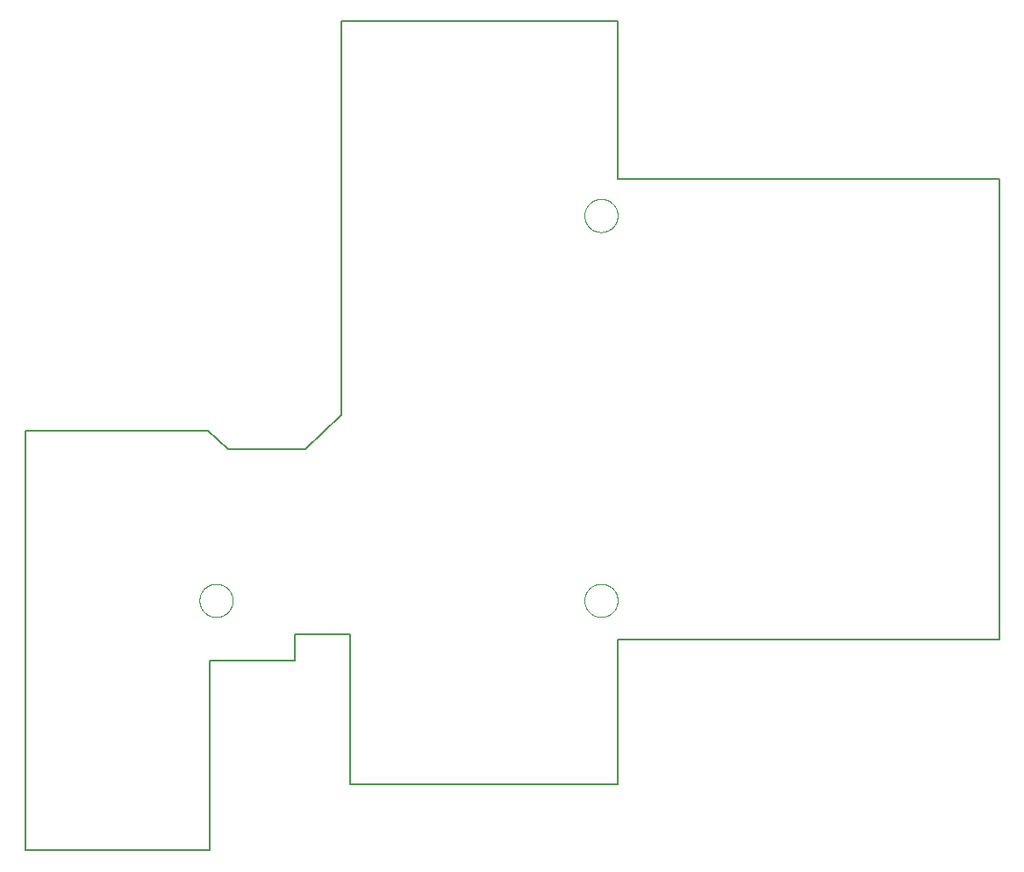
<source format=gtp>
G75*
%MOIN*%
%OFA0B0*%
%FSLAX25Y25*%
%IPPOS*%
%LPD*%
%AMOC8*
5,1,8,0,0,1.08239X$1,22.5*
%
%ADD10C,0.00600*%
%ADD11C,0.00000*%
D10*
X0003000Y0003000D02*
X0073000Y0003000D01*
X0073000Y0074750D01*
X0073000Y0075000D02*
X0105500Y0075000D01*
X0105500Y0085000D01*
X0126500Y0085000D01*
X0126500Y0028000D01*
X0228000Y0028000D01*
X0228000Y0083000D01*
X0373000Y0083000D01*
X0373000Y0258000D01*
X0228000Y0258000D01*
X0228000Y0318000D01*
X0123000Y0318000D01*
X0123000Y0168500D01*
X0109500Y0155500D01*
X0080000Y0155500D01*
X0072500Y0162500D01*
X0003000Y0162500D01*
X0003000Y0003000D01*
D11*
X0069201Y0098000D02*
X0069203Y0098158D01*
X0069209Y0098316D01*
X0069219Y0098474D01*
X0069233Y0098632D01*
X0069251Y0098789D01*
X0069272Y0098946D01*
X0069298Y0099102D01*
X0069328Y0099258D01*
X0069361Y0099413D01*
X0069399Y0099566D01*
X0069440Y0099719D01*
X0069485Y0099871D01*
X0069534Y0100022D01*
X0069587Y0100171D01*
X0069643Y0100319D01*
X0069703Y0100465D01*
X0069767Y0100610D01*
X0069835Y0100753D01*
X0069906Y0100895D01*
X0069980Y0101035D01*
X0070058Y0101172D01*
X0070140Y0101308D01*
X0070224Y0101442D01*
X0070313Y0101573D01*
X0070404Y0101702D01*
X0070499Y0101829D01*
X0070596Y0101954D01*
X0070697Y0102076D01*
X0070801Y0102195D01*
X0070908Y0102312D01*
X0071018Y0102426D01*
X0071131Y0102537D01*
X0071246Y0102646D01*
X0071364Y0102751D01*
X0071485Y0102853D01*
X0071608Y0102953D01*
X0071734Y0103049D01*
X0071862Y0103142D01*
X0071992Y0103232D01*
X0072125Y0103318D01*
X0072260Y0103402D01*
X0072396Y0103481D01*
X0072535Y0103558D01*
X0072676Y0103630D01*
X0072818Y0103700D01*
X0072962Y0103765D01*
X0073108Y0103827D01*
X0073255Y0103885D01*
X0073404Y0103940D01*
X0073554Y0103991D01*
X0073705Y0104038D01*
X0073857Y0104081D01*
X0074010Y0104120D01*
X0074165Y0104156D01*
X0074320Y0104187D01*
X0074476Y0104215D01*
X0074632Y0104239D01*
X0074789Y0104259D01*
X0074947Y0104275D01*
X0075104Y0104287D01*
X0075263Y0104295D01*
X0075421Y0104299D01*
X0075579Y0104299D01*
X0075737Y0104295D01*
X0075896Y0104287D01*
X0076053Y0104275D01*
X0076211Y0104259D01*
X0076368Y0104239D01*
X0076524Y0104215D01*
X0076680Y0104187D01*
X0076835Y0104156D01*
X0076990Y0104120D01*
X0077143Y0104081D01*
X0077295Y0104038D01*
X0077446Y0103991D01*
X0077596Y0103940D01*
X0077745Y0103885D01*
X0077892Y0103827D01*
X0078038Y0103765D01*
X0078182Y0103700D01*
X0078324Y0103630D01*
X0078465Y0103558D01*
X0078604Y0103481D01*
X0078740Y0103402D01*
X0078875Y0103318D01*
X0079008Y0103232D01*
X0079138Y0103142D01*
X0079266Y0103049D01*
X0079392Y0102953D01*
X0079515Y0102853D01*
X0079636Y0102751D01*
X0079754Y0102646D01*
X0079869Y0102537D01*
X0079982Y0102426D01*
X0080092Y0102312D01*
X0080199Y0102195D01*
X0080303Y0102076D01*
X0080404Y0101954D01*
X0080501Y0101829D01*
X0080596Y0101702D01*
X0080687Y0101573D01*
X0080776Y0101442D01*
X0080860Y0101308D01*
X0080942Y0101172D01*
X0081020Y0101035D01*
X0081094Y0100895D01*
X0081165Y0100753D01*
X0081233Y0100610D01*
X0081297Y0100465D01*
X0081357Y0100319D01*
X0081413Y0100171D01*
X0081466Y0100022D01*
X0081515Y0099871D01*
X0081560Y0099719D01*
X0081601Y0099566D01*
X0081639Y0099413D01*
X0081672Y0099258D01*
X0081702Y0099102D01*
X0081728Y0098946D01*
X0081749Y0098789D01*
X0081767Y0098632D01*
X0081781Y0098474D01*
X0081791Y0098316D01*
X0081797Y0098158D01*
X0081799Y0098000D01*
X0081797Y0097842D01*
X0081791Y0097684D01*
X0081781Y0097526D01*
X0081767Y0097368D01*
X0081749Y0097211D01*
X0081728Y0097054D01*
X0081702Y0096898D01*
X0081672Y0096742D01*
X0081639Y0096587D01*
X0081601Y0096434D01*
X0081560Y0096281D01*
X0081515Y0096129D01*
X0081466Y0095978D01*
X0081413Y0095829D01*
X0081357Y0095681D01*
X0081297Y0095535D01*
X0081233Y0095390D01*
X0081165Y0095247D01*
X0081094Y0095105D01*
X0081020Y0094965D01*
X0080942Y0094828D01*
X0080860Y0094692D01*
X0080776Y0094558D01*
X0080687Y0094427D01*
X0080596Y0094298D01*
X0080501Y0094171D01*
X0080404Y0094046D01*
X0080303Y0093924D01*
X0080199Y0093805D01*
X0080092Y0093688D01*
X0079982Y0093574D01*
X0079869Y0093463D01*
X0079754Y0093354D01*
X0079636Y0093249D01*
X0079515Y0093147D01*
X0079392Y0093047D01*
X0079266Y0092951D01*
X0079138Y0092858D01*
X0079008Y0092768D01*
X0078875Y0092682D01*
X0078740Y0092598D01*
X0078604Y0092519D01*
X0078465Y0092442D01*
X0078324Y0092370D01*
X0078182Y0092300D01*
X0078038Y0092235D01*
X0077892Y0092173D01*
X0077745Y0092115D01*
X0077596Y0092060D01*
X0077446Y0092009D01*
X0077295Y0091962D01*
X0077143Y0091919D01*
X0076990Y0091880D01*
X0076835Y0091844D01*
X0076680Y0091813D01*
X0076524Y0091785D01*
X0076368Y0091761D01*
X0076211Y0091741D01*
X0076053Y0091725D01*
X0075896Y0091713D01*
X0075737Y0091705D01*
X0075579Y0091701D01*
X0075421Y0091701D01*
X0075263Y0091705D01*
X0075104Y0091713D01*
X0074947Y0091725D01*
X0074789Y0091741D01*
X0074632Y0091761D01*
X0074476Y0091785D01*
X0074320Y0091813D01*
X0074165Y0091844D01*
X0074010Y0091880D01*
X0073857Y0091919D01*
X0073705Y0091962D01*
X0073554Y0092009D01*
X0073404Y0092060D01*
X0073255Y0092115D01*
X0073108Y0092173D01*
X0072962Y0092235D01*
X0072818Y0092300D01*
X0072676Y0092370D01*
X0072535Y0092442D01*
X0072396Y0092519D01*
X0072260Y0092598D01*
X0072125Y0092682D01*
X0071992Y0092768D01*
X0071862Y0092858D01*
X0071734Y0092951D01*
X0071608Y0093047D01*
X0071485Y0093147D01*
X0071364Y0093249D01*
X0071246Y0093354D01*
X0071131Y0093463D01*
X0071018Y0093574D01*
X0070908Y0093688D01*
X0070801Y0093805D01*
X0070697Y0093924D01*
X0070596Y0094046D01*
X0070499Y0094171D01*
X0070404Y0094298D01*
X0070313Y0094427D01*
X0070224Y0094558D01*
X0070140Y0094692D01*
X0070058Y0094828D01*
X0069980Y0094965D01*
X0069906Y0095105D01*
X0069835Y0095247D01*
X0069767Y0095390D01*
X0069703Y0095535D01*
X0069643Y0095681D01*
X0069587Y0095829D01*
X0069534Y0095978D01*
X0069485Y0096129D01*
X0069440Y0096281D01*
X0069399Y0096434D01*
X0069361Y0096587D01*
X0069328Y0096742D01*
X0069298Y0096898D01*
X0069272Y0097054D01*
X0069251Y0097211D01*
X0069233Y0097368D01*
X0069219Y0097526D01*
X0069209Y0097684D01*
X0069203Y0097842D01*
X0069201Y0098000D01*
X0215451Y0098000D02*
X0215453Y0098158D01*
X0215459Y0098316D01*
X0215469Y0098474D01*
X0215483Y0098632D01*
X0215501Y0098789D01*
X0215522Y0098946D01*
X0215548Y0099102D01*
X0215578Y0099258D01*
X0215611Y0099413D01*
X0215649Y0099566D01*
X0215690Y0099719D01*
X0215735Y0099871D01*
X0215784Y0100022D01*
X0215837Y0100171D01*
X0215893Y0100319D01*
X0215953Y0100465D01*
X0216017Y0100610D01*
X0216085Y0100753D01*
X0216156Y0100895D01*
X0216230Y0101035D01*
X0216308Y0101172D01*
X0216390Y0101308D01*
X0216474Y0101442D01*
X0216563Y0101573D01*
X0216654Y0101702D01*
X0216749Y0101829D01*
X0216846Y0101954D01*
X0216947Y0102076D01*
X0217051Y0102195D01*
X0217158Y0102312D01*
X0217268Y0102426D01*
X0217381Y0102537D01*
X0217496Y0102646D01*
X0217614Y0102751D01*
X0217735Y0102853D01*
X0217858Y0102953D01*
X0217984Y0103049D01*
X0218112Y0103142D01*
X0218242Y0103232D01*
X0218375Y0103318D01*
X0218510Y0103402D01*
X0218646Y0103481D01*
X0218785Y0103558D01*
X0218926Y0103630D01*
X0219068Y0103700D01*
X0219212Y0103765D01*
X0219358Y0103827D01*
X0219505Y0103885D01*
X0219654Y0103940D01*
X0219804Y0103991D01*
X0219955Y0104038D01*
X0220107Y0104081D01*
X0220260Y0104120D01*
X0220415Y0104156D01*
X0220570Y0104187D01*
X0220726Y0104215D01*
X0220882Y0104239D01*
X0221039Y0104259D01*
X0221197Y0104275D01*
X0221354Y0104287D01*
X0221513Y0104295D01*
X0221671Y0104299D01*
X0221829Y0104299D01*
X0221987Y0104295D01*
X0222146Y0104287D01*
X0222303Y0104275D01*
X0222461Y0104259D01*
X0222618Y0104239D01*
X0222774Y0104215D01*
X0222930Y0104187D01*
X0223085Y0104156D01*
X0223240Y0104120D01*
X0223393Y0104081D01*
X0223545Y0104038D01*
X0223696Y0103991D01*
X0223846Y0103940D01*
X0223995Y0103885D01*
X0224142Y0103827D01*
X0224288Y0103765D01*
X0224432Y0103700D01*
X0224574Y0103630D01*
X0224715Y0103558D01*
X0224854Y0103481D01*
X0224990Y0103402D01*
X0225125Y0103318D01*
X0225258Y0103232D01*
X0225388Y0103142D01*
X0225516Y0103049D01*
X0225642Y0102953D01*
X0225765Y0102853D01*
X0225886Y0102751D01*
X0226004Y0102646D01*
X0226119Y0102537D01*
X0226232Y0102426D01*
X0226342Y0102312D01*
X0226449Y0102195D01*
X0226553Y0102076D01*
X0226654Y0101954D01*
X0226751Y0101829D01*
X0226846Y0101702D01*
X0226937Y0101573D01*
X0227026Y0101442D01*
X0227110Y0101308D01*
X0227192Y0101172D01*
X0227270Y0101035D01*
X0227344Y0100895D01*
X0227415Y0100753D01*
X0227483Y0100610D01*
X0227547Y0100465D01*
X0227607Y0100319D01*
X0227663Y0100171D01*
X0227716Y0100022D01*
X0227765Y0099871D01*
X0227810Y0099719D01*
X0227851Y0099566D01*
X0227889Y0099413D01*
X0227922Y0099258D01*
X0227952Y0099102D01*
X0227978Y0098946D01*
X0227999Y0098789D01*
X0228017Y0098632D01*
X0228031Y0098474D01*
X0228041Y0098316D01*
X0228047Y0098158D01*
X0228049Y0098000D01*
X0228047Y0097842D01*
X0228041Y0097684D01*
X0228031Y0097526D01*
X0228017Y0097368D01*
X0227999Y0097211D01*
X0227978Y0097054D01*
X0227952Y0096898D01*
X0227922Y0096742D01*
X0227889Y0096587D01*
X0227851Y0096434D01*
X0227810Y0096281D01*
X0227765Y0096129D01*
X0227716Y0095978D01*
X0227663Y0095829D01*
X0227607Y0095681D01*
X0227547Y0095535D01*
X0227483Y0095390D01*
X0227415Y0095247D01*
X0227344Y0095105D01*
X0227270Y0094965D01*
X0227192Y0094828D01*
X0227110Y0094692D01*
X0227026Y0094558D01*
X0226937Y0094427D01*
X0226846Y0094298D01*
X0226751Y0094171D01*
X0226654Y0094046D01*
X0226553Y0093924D01*
X0226449Y0093805D01*
X0226342Y0093688D01*
X0226232Y0093574D01*
X0226119Y0093463D01*
X0226004Y0093354D01*
X0225886Y0093249D01*
X0225765Y0093147D01*
X0225642Y0093047D01*
X0225516Y0092951D01*
X0225388Y0092858D01*
X0225258Y0092768D01*
X0225125Y0092682D01*
X0224990Y0092598D01*
X0224854Y0092519D01*
X0224715Y0092442D01*
X0224574Y0092370D01*
X0224432Y0092300D01*
X0224288Y0092235D01*
X0224142Y0092173D01*
X0223995Y0092115D01*
X0223846Y0092060D01*
X0223696Y0092009D01*
X0223545Y0091962D01*
X0223393Y0091919D01*
X0223240Y0091880D01*
X0223085Y0091844D01*
X0222930Y0091813D01*
X0222774Y0091785D01*
X0222618Y0091761D01*
X0222461Y0091741D01*
X0222303Y0091725D01*
X0222146Y0091713D01*
X0221987Y0091705D01*
X0221829Y0091701D01*
X0221671Y0091701D01*
X0221513Y0091705D01*
X0221354Y0091713D01*
X0221197Y0091725D01*
X0221039Y0091741D01*
X0220882Y0091761D01*
X0220726Y0091785D01*
X0220570Y0091813D01*
X0220415Y0091844D01*
X0220260Y0091880D01*
X0220107Y0091919D01*
X0219955Y0091962D01*
X0219804Y0092009D01*
X0219654Y0092060D01*
X0219505Y0092115D01*
X0219358Y0092173D01*
X0219212Y0092235D01*
X0219068Y0092300D01*
X0218926Y0092370D01*
X0218785Y0092442D01*
X0218646Y0092519D01*
X0218510Y0092598D01*
X0218375Y0092682D01*
X0218242Y0092768D01*
X0218112Y0092858D01*
X0217984Y0092951D01*
X0217858Y0093047D01*
X0217735Y0093147D01*
X0217614Y0093249D01*
X0217496Y0093354D01*
X0217381Y0093463D01*
X0217268Y0093574D01*
X0217158Y0093688D01*
X0217051Y0093805D01*
X0216947Y0093924D01*
X0216846Y0094046D01*
X0216749Y0094171D01*
X0216654Y0094298D01*
X0216563Y0094427D01*
X0216474Y0094558D01*
X0216390Y0094692D01*
X0216308Y0094828D01*
X0216230Y0094965D01*
X0216156Y0095105D01*
X0216085Y0095247D01*
X0216017Y0095390D01*
X0215953Y0095535D01*
X0215893Y0095681D01*
X0215837Y0095829D01*
X0215784Y0095978D01*
X0215735Y0096129D01*
X0215690Y0096281D01*
X0215649Y0096434D01*
X0215611Y0096587D01*
X0215578Y0096742D01*
X0215548Y0096898D01*
X0215522Y0097054D01*
X0215501Y0097211D01*
X0215483Y0097368D01*
X0215469Y0097526D01*
X0215459Y0097684D01*
X0215453Y0097842D01*
X0215451Y0098000D01*
X0215451Y0244250D02*
X0215453Y0244408D01*
X0215459Y0244566D01*
X0215469Y0244724D01*
X0215483Y0244882D01*
X0215501Y0245039D01*
X0215522Y0245196D01*
X0215548Y0245352D01*
X0215578Y0245508D01*
X0215611Y0245663D01*
X0215649Y0245816D01*
X0215690Y0245969D01*
X0215735Y0246121D01*
X0215784Y0246272D01*
X0215837Y0246421D01*
X0215893Y0246569D01*
X0215953Y0246715D01*
X0216017Y0246860D01*
X0216085Y0247003D01*
X0216156Y0247145D01*
X0216230Y0247285D01*
X0216308Y0247422D01*
X0216390Y0247558D01*
X0216474Y0247692D01*
X0216563Y0247823D01*
X0216654Y0247952D01*
X0216749Y0248079D01*
X0216846Y0248204D01*
X0216947Y0248326D01*
X0217051Y0248445D01*
X0217158Y0248562D01*
X0217268Y0248676D01*
X0217381Y0248787D01*
X0217496Y0248896D01*
X0217614Y0249001D01*
X0217735Y0249103D01*
X0217858Y0249203D01*
X0217984Y0249299D01*
X0218112Y0249392D01*
X0218242Y0249482D01*
X0218375Y0249568D01*
X0218510Y0249652D01*
X0218646Y0249731D01*
X0218785Y0249808D01*
X0218926Y0249880D01*
X0219068Y0249950D01*
X0219212Y0250015D01*
X0219358Y0250077D01*
X0219505Y0250135D01*
X0219654Y0250190D01*
X0219804Y0250241D01*
X0219955Y0250288D01*
X0220107Y0250331D01*
X0220260Y0250370D01*
X0220415Y0250406D01*
X0220570Y0250437D01*
X0220726Y0250465D01*
X0220882Y0250489D01*
X0221039Y0250509D01*
X0221197Y0250525D01*
X0221354Y0250537D01*
X0221513Y0250545D01*
X0221671Y0250549D01*
X0221829Y0250549D01*
X0221987Y0250545D01*
X0222146Y0250537D01*
X0222303Y0250525D01*
X0222461Y0250509D01*
X0222618Y0250489D01*
X0222774Y0250465D01*
X0222930Y0250437D01*
X0223085Y0250406D01*
X0223240Y0250370D01*
X0223393Y0250331D01*
X0223545Y0250288D01*
X0223696Y0250241D01*
X0223846Y0250190D01*
X0223995Y0250135D01*
X0224142Y0250077D01*
X0224288Y0250015D01*
X0224432Y0249950D01*
X0224574Y0249880D01*
X0224715Y0249808D01*
X0224854Y0249731D01*
X0224990Y0249652D01*
X0225125Y0249568D01*
X0225258Y0249482D01*
X0225388Y0249392D01*
X0225516Y0249299D01*
X0225642Y0249203D01*
X0225765Y0249103D01*
X0225886Y0249001D01*
X0226004Y0248896D01*
X0226119Y0248787D01*
X0226232Y0248676D01*
X0226342Y0248562D01*
X0226449Y0248445D01*
X0226553Y0248326D01*
X0226654Y0248204D01*
X0226751Y0248079D01*
X0226846Y0247952D01*
X0226937Y0247823D01*
X0227026Y0247692D01*
X0227110Y0247558D01*
X0227192Y0247422D01*
X0227270Y0247285D01*
X0227344Y0247145D01*
X0227415Y0247003D01*
X0227483Y0246860D01*
X0227547Y0246715D01*
X0227607Y0246569D01*
X0227663Y0246421D01*
X0227716Y0246272D01*
X0227765Y0246121D01*
X0227810Y0245969D01*
X0227851Y0245816D01*
X0227889Y0245663D01*
X0227922Y0245508D01*
X0227952Y0245352D01*
X0227978Y0245196D01*
X0227999Y0245039D01*
X0228017Y0244882D01*
X0228031Y0244724D01*
X0228041Y0244566D01*
X0228047Y0244408D01*
X0228049Y0244250D01*
X0228047Y0244092D01*
X0228041Y0243934D01*
X0228031Y0243776D01*
X0228017Y0243618D01*
X0227999Y0243461D01*
X0227978Y0243304D01*
X0227952Y0243148D01*
X0227922Y0242992D01*
X0227889Y0242837D01*
X0227851Y0242684D01*
X0227810Y0242531D01*
X0227765Y0242379D01*
X0227716Y0242228D01*
X0227663Y0242079D01*
X0227607Y0241931D01*
X0227547Y0241785D01*
X0227483Y0241640D01*
X0227415Y0241497D01*
X0227344Y0241355D01*
X0227270Y0241215D01*
X0227192Y0241078D01*
X0227110Y0240942D01*
X0227026Y0240808D01*
X0226937Y0240677D01*
X0226846Y0240548D01*
X0226751Y0240421D01*
X0226654Y0240296D01*
X0226553Y0240174D01*
X0226449Y0240055D01*
X0226342Y0239938D01*
X0226232Y0239824D01*
X0226119Y0239713D01*
X0226004Y0239604D01*
X0225886Y0239499D01*
X0225765Y0239397D01*
X0225642Y0239297D01*
X0225516Y0239201D01*
X0225388Y0239108D01*
X0225258Y0239018D01*
X0225125Y0238932D01*
X0224990Y0238848D01*
X0224854Y0238769D01*
X0224715Y0238692D01*
X0224574Y0238620D01*
X0224432Y0238550D01*
X0224288Y0238485D01*
X0224142Y0238423D01*
X0223995Y0238365D01*
X0223846Y0238310D01*
X0223696Y0238259D01*
X0223545Y0238212D01*
X0223393Y0238169D01*
X0223240Y0238130D01*
X0223085Y0238094D01*
X0222930Y0238063D01*
X0222774Y0238035D01*
X0222618Y0238011D01*
X0222461Y0237991D01*
X0222303Y0237975D01*
X0222146Y0237963D01*
X0221987Y0237955D01*
X0221829Y0237951D01*
X0221671Y0237951D01*
X0221513Y0237955D01*
X0221354Y0237963D01*
X0221197Y0237975D01*
X0221039Y0237991D01*
X0220882Y0238011D01*
X0220726Y0238035D01*
X0220570Y0238063D01*
X0220415Y0238094D01*
X0220260Y0238130D01*
X0220107Y0238169D01*
X0219955Y0238212D01*
X0219804Y0238259D01*
X0219654Y0238310D01*
X0219505Y0238365D01*
X0219358Y0238423D01*
X0219212Y0238485D01*
X0219068Y0238550D01*
X0218926Y0238620D01*
X0218785Y0238692D01*
X0218646Y0238769D01*
X0218510Y0238848D01*
X0218375Y0238932D01*
X0218242Y0239018D01*
X0218112Y0239108D01*
X0217984Y0239201D01*
X0217858Y0239297D01*
X0217735Y0239397D01*
X0217614Y0239499D01*
X0217496Y0239604D01*
X0217381Y0239713D01*
X0217268Y0239824D01*
X0217158Y0239938D01*
X0217051Y0240055D01*
X0216947Y0240174D01*
X0216846Y0240296D01*
X0216749Y0240421D01*
X0216654Y0240548D01*
X0216563Y0240677D01*
X0216474Y0240808D01*
X0216390Y0240942D01*
X0216308Y0241078D01*
X0216230Y0241215D01*
X0216156Y0241355D01*
X0216085Y0241497D01*
X0216017Y0241640D01*
X0215953Y0241785D01*
X0215893Y0241931D01*
X0215837Y0242079D01*
X0215784Y0242228D01*
X0215735Y0242379D01*
X0215690Y0242531D01*
X0215649Y0242684D01*
X0215611Y0242837D01*
X0215578Y0242992D01*
X0215548Y0243148D01*
X0215522Y0243304D01*
X0215501Y0243461D01*
X0215483Y0243618D01*
X0215469Y0243776D01*
X0215459Y0243934D01*
X0215453Y0244092D01*
X0215451Y0244250D01*
M02*

</source>
